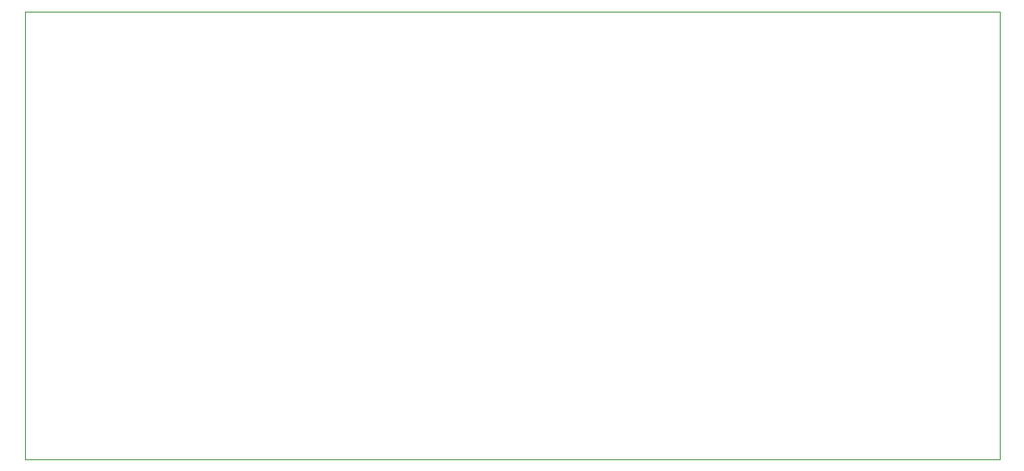
<source format=gbr>
%TF.GenerationSoftware,KiCad,Pcbnew,8.0.7-8.0.7-0~ubuntu22.04.1*%
%TF.CreationDate,2025-01-28T11:11:41+01:00*%
%TF.ProjectId,EF9366,45463933-3636-42e6-9b69-6361645f7063,rev?*%
%TF.SameCoordinates,Original*%
%TF.FileFunction,Profile,NP*%
%FSLAX46Y46*%
G04 Gerber Fmt 4.6, Leading zero omitted, Abs format (unit mm)*
G04 Created by KiCad (PCBNEW 8.0.7-8.0.7-0~ubuntu22.04.1) date 2025-01-28 11:11:41*
%MOMM*%
%LPD*%
G01*
G04 APERTURE LIST*
%TA.AperFunction,Profile*%
%ADD10C,0.050000*%
%TD*%
G04 APERTURE END LIST*
D10*
X50500000Y-66500000D02*
X149500000Y-66500000D01*
X149500000Y-112000000D01*
X50500000Y-112000000D01*
X50500000Y-66500000D01*
M02*

</source>
